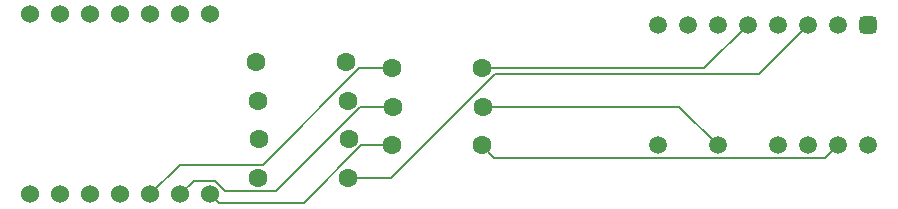
<source format=gbr>
%TF.GenerationSoftware,KiCad,Pcbnew,9.0.6*%
%TF.CreationDate,2026-01-12T08:11:23-05:00*%
%TF.ProjectId,clock,636c6f63-6b2e-46b6-9963-61645f706362,rev?*%
%TF.SameCoordinates,Original*%
%TF.FileFunction,Copper,L2,Bot*%
%TF.FilePolarity,Positive*%
%FSLAX46Y46*%
G04 Gerber Fmt 4.6, Leading zero omitted, Abs format (unit mm)*
G04 Created by KiCad (PCBNEW 9.0.6) date 2026-01-12 08:11:23*
%MOMM*%
%LPD*%
G01*
G04 APERTURE LIST*
G04 Aperture macros list*
%AMRoundRect*
0 Rectangle with rounded corners*
0 $1 Rounding radius*
0 $2 $3 $4 $5 $6 $7 $8 $9 X,Y pos of 4 corners*
0 Add a 4 corners polygon primitive as box body*
4,1,4,$2,$3,$4,$5,$6,$7,$8,$9,$2,$3,0*
0 Add four circle primitives for the rounded corners*
1,1,$1+$1,$2,$3*
1,1,$1+$1,$4,$5*
1,1,$1+$1,$6,$7*
1,1,$1+$1,$8,$9*
0 Add four rect primitives between the rounded corners*
20,1,$1+$1,$2,$3,$4,$5,0*
20,1,$1+$1,$4,$5,$6,$7,0*
20,1,$1+$1,$6,$7,$8,$9,0*
20,1,$1+$1,$8,$9,$2,$3,0*%
G04 Aperture macros list end*
%TA.AperFunction,ComponentPad*%
%ADD10C,1.524000*%
%TD*%
%TA.AperFunction,ComponentPad*%
%ADD11C,1.600000*%
%TD*%
%TA.AperFunction,ComponentPad*%
%ADD12RoundRect,0.375000X-0.375000X0.375000X-0.375000X-0.375000X0.375000X-0.375000X0.375000X0.375000X0*%
%TD*%
%TA.AperFunction,ComponentPad*%
%ADD13C,1.500000*%
%TD*%
%TA.AperFunction,Conductor*%
%ADD14C,0.200000*%
%TD*%
G04 APERTURE END LIST*
D10*
%TO.P,U1,1,GPIO26/ADC0/A0*%
%TO.N,Net-(U1-GPIO26{slash}ADC0{slash}A0)*%
X85148500Y-122620000D03*
%TO.P,U1,2,GPIO27/ADC1/A1*%
%TO.N,Net-(U1-GPIO27{slash}ADC1{slash}A1)*%
X87688500Y-122620000D03*
%TO.P,U1,3,GPIO28/ADC2/A2*%
%TO.N,Net-(U1-GPIO28{slash}ADC2{slash}A2)*%
X90228500Y-122620000D03*
%TO.P,U1,4,GPIO29/ADC3/A3*%
%TO.N,Net-(U1-GPIO29{slash}ADC3{slash}A3)*%
X92768500Y-122620000D03*
%TO.P,U1,5,GPIO6/SDA*%
%TO.N,Net-(U1-GPIO6{slash}SDA)*%
X95308500Y-122620000D03*
%TO.P,U1,6,GPIO7/SCL*%
%TO.N,Net-(U1-GPIO7{slash}SCL)*%
X97848500Y-122620000D03*
%TO.P,U1,7,GPIO0/TX*%
%TO.N,Net-(U1-GPIO0{slash}TX)*%
X100388500Y-122620000D03*
%TO.P,U1,8,GPIO1/RX*%
%TO.N,Net-(U1-GPIO1{slash}RX)*%
X100388500Y-107380000D03*
%TO.P,U1,9,GPIO2/SCK*%
%TO.N,Net-(U1-GPIO2{slash}SCK)*%
X97848500Y-107380000D03*
%TO.P,U1,10,GPIO4/MISO*%
%TO.N,Net-(U1-GPIO4{slash}MISO)*%
X95308500Y-107380000D03*
%TO.P,U1,11,GPIO3/MOSI*%
%TO.N,Net-(U1-GPIO3{slash}MOSI)*%
X92768500Y-107380000D03*
%TO.P,U1,12,3V3*%
%TO.N,unconnected-(U1-3V3-Pad12)*%
X90228500Y-107380000D03*
%TO.P,U1,13,GND*%
%TO.N,unconnected-(U1-GND-Pad13)*%
X87688500Y-107380000D03*
%TO.P,U1,14,VBUS*%
%TO.N,unconnected-(U1-VBUS-Pad14)*%
X85148500Y-107380000D03*
%TD*%
D11*
%TO.P,R6,1*%
%TO.N,Net-(U1-GPIO7{slash}SCL)*%
X115880000Y-115250000D03*
%TO.P,R6,2*%
%TO.N,Net-(U2-F)*%
X123500000Y-115250000D03*
%TD*%
%TO.P,R5,1*%
%TO.N,Net-(U2-E)*%
X123370000Y-112000000D03*
%TO.P,R5,2*%
%TO.N,Net-(U1-GPIO6{slash}SDA)*%
X115750000Y-112000000D03*
%TD*%
%TO.P,R4,1*%
%TO.N,Net-(U1-GPIO29{slash}ADC3{slash}A3)*%
X104380000Y-121250000D03*
%TO.P,R4,2*%
%TO.N,Net-(U2-D)*%
X112000000Y-121250000D03*
%TD*%
D12*
%TO.P,U2,1,CA1*%
%TO.N,Net-(U1-GPIO3{slash}MOSI)*%
X156030000Y-108340000D03*
D13*
%TO.P,U2,2,CA2*%
%TO.N,Net-(U1-GPIO4{slash}MISO)*%
X153490000Y-108340000D03*
%TO.P,U2,3,D*%
%TO.N,Net-(U2-D)*%
X150950000Y-108340000D03*
%TO.P,U2,4,CAL*%
%TO.N,unconnected-(U2-CAL-Pad4)*%
X148410000Y-108340000D03*
%TO.P,U2,5,E*%
%TO.N,Net-(U2-E)*%
X145870000Y-108340000D03*
%TO.P,U2,6,CA3*%
%TO.N,Net-(U1-GPIO2{slash}SCK)*%
X143330000Y-108340000D03*
%TO.P,U2,7,DP*%
%TO.N,unconnected-(U2-DP-Pad7)*%
X140790000Y-108340000D03*
%TO.P,U2,8,CA4*%
%TO.N,Net-(U1-GPIO1{slash}RX)*%
X138250000Y-108340000D03*
%TO.P,U2,9,NC*%
%TO.N,unconnected-(U2-NC-Pad9)*%
X138250000Y-118500000D03*
%TO.P,U2,11,F*%
%TO.N,Net-(U2-F)*%
X143330000Y-118500000D03*
%TO.P,U2,13,C*%
%TO.N,Net-(U2-C)*%
X148410000Y-118500000D03*
%TO.P,U2,14,A*%
%TO.N,Net-(U2-A)*%
X150950000Y-118500000D03*
%TO.P,U2,15,G*%
%TO.N,Net-(U2-G)*%
X153490000Y-118500000D03*
%TO.P,U2,16,B*%
%TO.N,Net-(U2-B)*%
X156030000Y-118500000D03*
%TD*%
D11*
%TO.P,R7,1*%
%TO.N,Net-(U2-G)*%
X123370000Y-118500000D03*
%TO.P,R7,2*%
%TO.N,Net-(U1-GPIO0{slash}TX)*%
X115750000Y-118500000D03*
%TD*%
%TO.P,R1,1*%
%TO.N,Net-(U2-A)*%
X111870000Y-111500000D03*
%TO.P,R1,2*%
%TO.N,Net-(U1-GPIO26{slash}ADC0{slash}A0)*%
X104250000Y-111500000D03*
%TD*%
%TO.P,R3,1*%
%TO.N,Net-(U2-C)*%
X112120000Y-118000000D03*
%TO.P,R3,2*%
%TO.N,Net-(U1-GPIO28{slash}ADC2{slash}A2)*%
X104500000Y-118000000D03*
%TD*%
%TO.P,R2,1*%
%TO.N,Net-(U2-B)*%
X112000000Y-114750000D03*
%TO.P,R2,2*%
%TO.N,Net-(U1-GPIO27{slash}ADC1{slash}A1)*%
X104380000Y-114750000D03*
%TD*%
D14*
%TO.N,Net-(U2-D)*%
X146833950Y-112456050D02*
X150950000Y-108340000D01*
X112000000Y-121250000D02*
X115677050Y-121250000D01*
X124471000Y-112456050D02*
X146833950Y-112456050D01*
X115677050Y-121250000D02*
X124471000Y-112456050D01*
%TO.N,Net-(U2-E)*%
X123370000Y-112000000D02*
X142210000Y-112000000D01*
X142210000Y-112000000D02*
X145870000Y-108340000D01*
%TO.N,Net-(U1-GPIO6{slash}SDA)*%
X112985050Y-112000000D02*
X104836050Y-120149000D01*
X115750000Y-112000000D02*
X112985050Y-112000000D01*
X97779500Y-120149000D02*
X95308500Y-122620000D01*
X104836050Y-120149000D02*
X97779500Y-120149000D01*
%TO.N,Net-(U1-GPIO7{slash}SCL)*%
X98968500Y-121500000D02*
X97848500Y-122620000D01*
X115880000Y-115250000D02*
X113057050Y-115250000D01*
X113057050Y-115250000D02*
X105956050Y-122351000D01*
X100771810Y-121500000D02*
X98968500Y-121500000D01*
X105956050Y-122351000D02*
X101622810Y-122351000D01*
X101622810Y-122351000D02*
X100771810Y-121500000D01*
%TO.N,Net-(U2-F)*%
X123500000Y-115250000D02*
X140080000Y-115250000D01*
X140080000Y-115250000D02*
X143330000Y-118500000D01*
%TO.N,Net-(U1-GPIO0{slash}TX)*%
X115750000Y-118500000D02*
X113177050Y-118500000D01*
X113177050Y-118500000D02*
X108295051Y-123381999D01*
X101150499Y-123381999D02*
X100388500Y-122620000D01*
X108295051Y-123381999D02*
X101150499Y-123381999D01*
%TO.N,Net-(U2-G)*%
X123370000Y-118500000D02*
X124421000Y-119551000D01*
X124421000Y-119551000D02*
X152439000Y-119551000D01*
X152439000Y-119551000D02*
X153490000Y-118500000D01*
%TD*%
M02*

</source>
